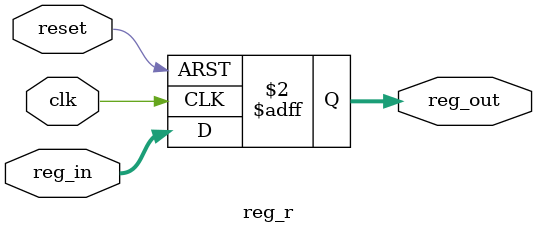
<source format=sv>

module reg_r #(parameter N = 32)
(
	input logic clk, reset,
	input logic [N-1:0] reg_in,
	output logic [N-1:0] reg_out
);

	always_ff @(posedge clk, posedge reset)
		if (reset) reg_out <= 0;
		else reg_out <= reg_in;
		
endmodule

</source>
